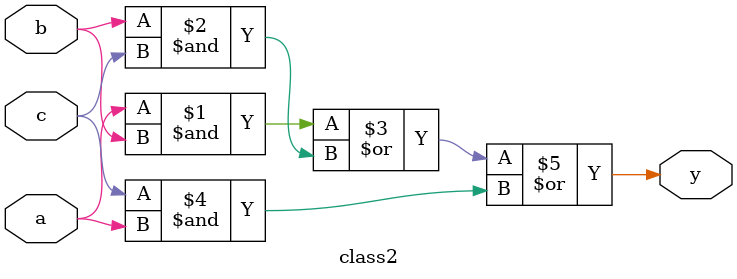
<source format=v>
module class2(a,b,c,y);
	input a,b,c;
	output y;
	assign y = (a&b) | (b&c) | (c&a);
endmodule

</source>
